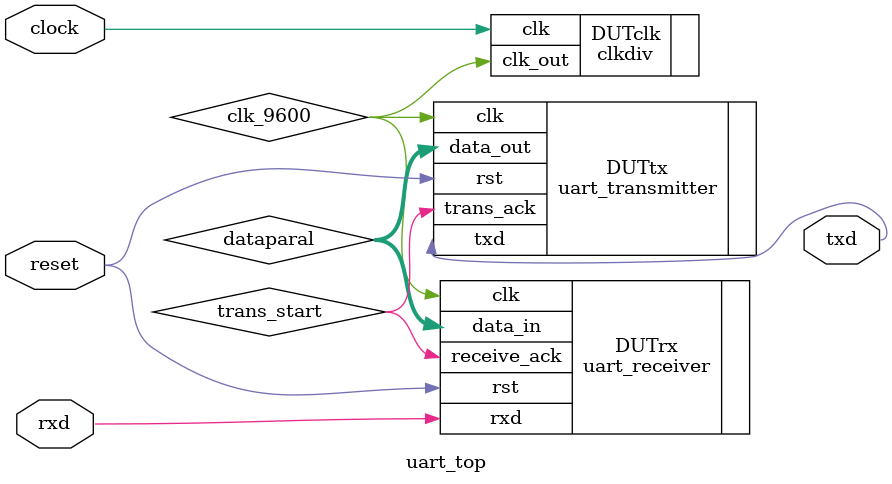
<source format=v>
module uart_top(
    input wire reset, clock,
    input rxd,
    output txd
);

    wire trans_start;
    wire [7:0] dataparal;
    wire clk_9600;
    uart_receiver DUTrx(.rxd(rxd), .rst(reset), .clk(clk_9600), .data_in(dataparal), .receive_ack(trans_start));
    uart_transmitter DUTtx(.data_out(dataparal), .rst(reset), .trans_ack(trans_start), .clk(clk_9600), .txd(txd));
    clkdiv DUTclk(.clk_out(clk_9600), .clk(clock));

endmodule
</source>
